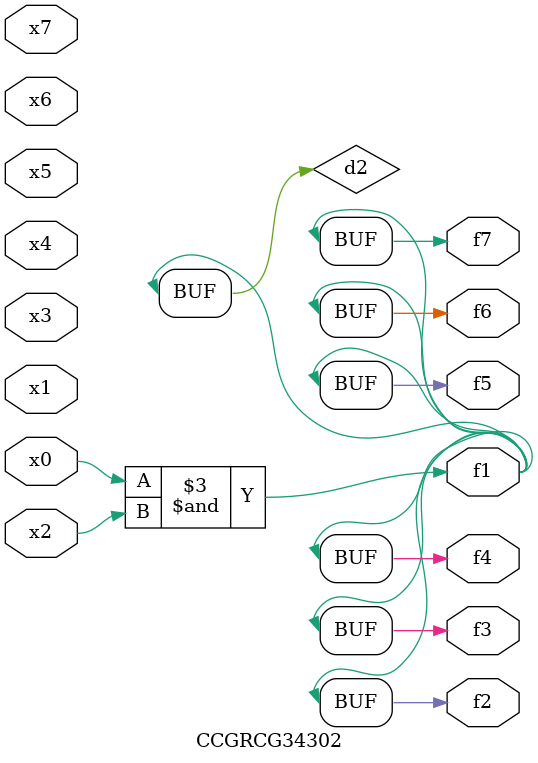
<source format=v>
module CCGRCG34302(
	input x0, x1, x2, x3, x4, x5, x6, x7,
	output f1, f2, f3, f4, f5, f6, f7
);

	wire d1, d2;

	nor (d1, x3, x6);
	and (d2, x0, x2);
	assign f1 = d2;
	assign f2 = d2;
	assign f3 = d2;
	assign f4 = d2;
	assign f5 = d2;
	assign f6 = d2;
	assign f7 = d2;
endmodule

</source>
